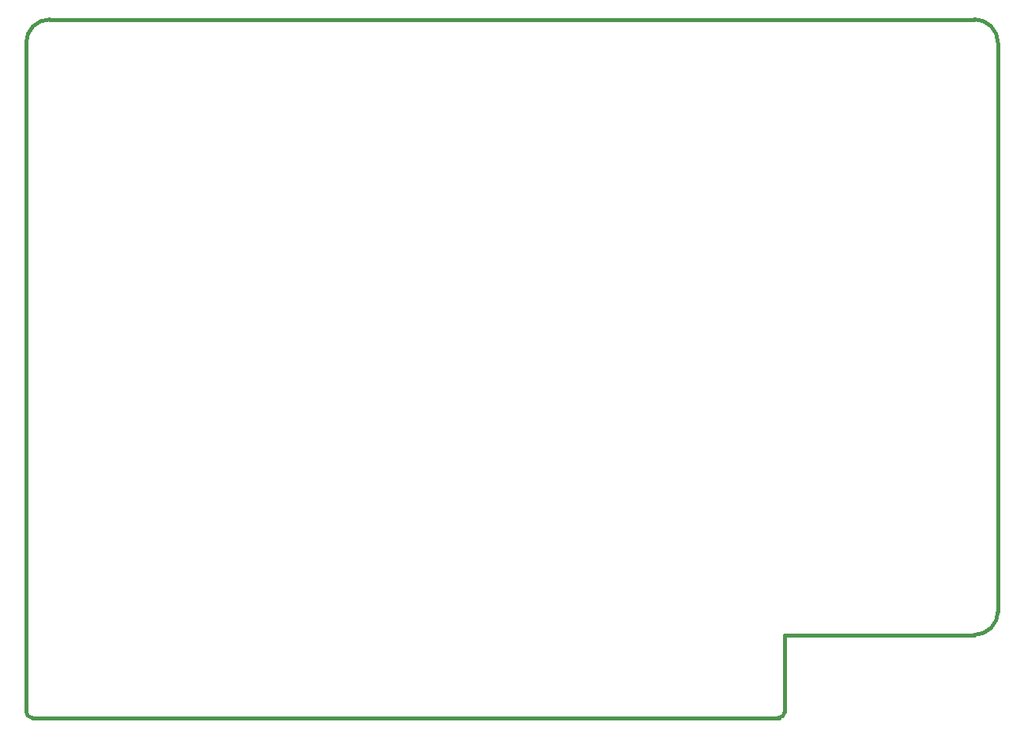
<source format=gm1>
G04 #@! TF.GenerationSoftware,KiCad,Pcbnew,(7.0.0)*
G04 #@! TF.CreationDate,2023-05-28T23:37:13+08:00*
G04 #@! TF.ProjectId,ISA8_Ethernet,49534138-5f45-4746-9865-726e65742e6b,1.1*
G04 #@! TF.SameCoordinates,Original*
G04 #@! TF.FileFunction,Profile,NP*
%FSLAX46Y46*%
G04 Gerber Fmt 4.6, Leading zero omitted, Abs format (unit mm)*
G04 Created by KiCad (PCBNEW (7.0.0)) date 2023-05-28 23:37:13*
%MOMM*%
%LPD*%
G01*
G04 APERTURE LIST*
G04 #@! TA.AperFunction,Profile*
%ADD10C,0.381000*%
G04 #@! TD*
G04 APERTURE END LIST*
D10*
X101600000Y-133985000D02*
X101600000Y-62230000D01*
X203200000Y-59690000D02*
X104140000Y-59690000D01*
X102235000Y-134620000D02*
X182245000Y-134620000D01*
X205740000Y-123190000D02*
X205740000Y-62230000D01*
X205740000Y-62230000D02*
G75*
G03*
X203200000Y-59690000I-2540000J0D01*
G01*
X104140000Y-59690000D02*
G75*
G03*
X101600000Y-62230000I0J-2540000D01*
G01*
X203200000Y-125730000D02*
X182880000Y-125730000D01*
X101600000Y-133985000D02*
G75*
G03*
X102235000Y-134620000I635000J0D01*
G01*
X203200000Y-125730000D02*
G75*
G03*
X205740000Y-123190000I0J2540000D01*
G01*
X182245000Y-134620000D02*
G75*
G03*
X182880000Y-133985000I0J635000D01*
G01*
X182880000Y-133985000D02*
X182880000Y-125730000D01*
M02*

</source>
